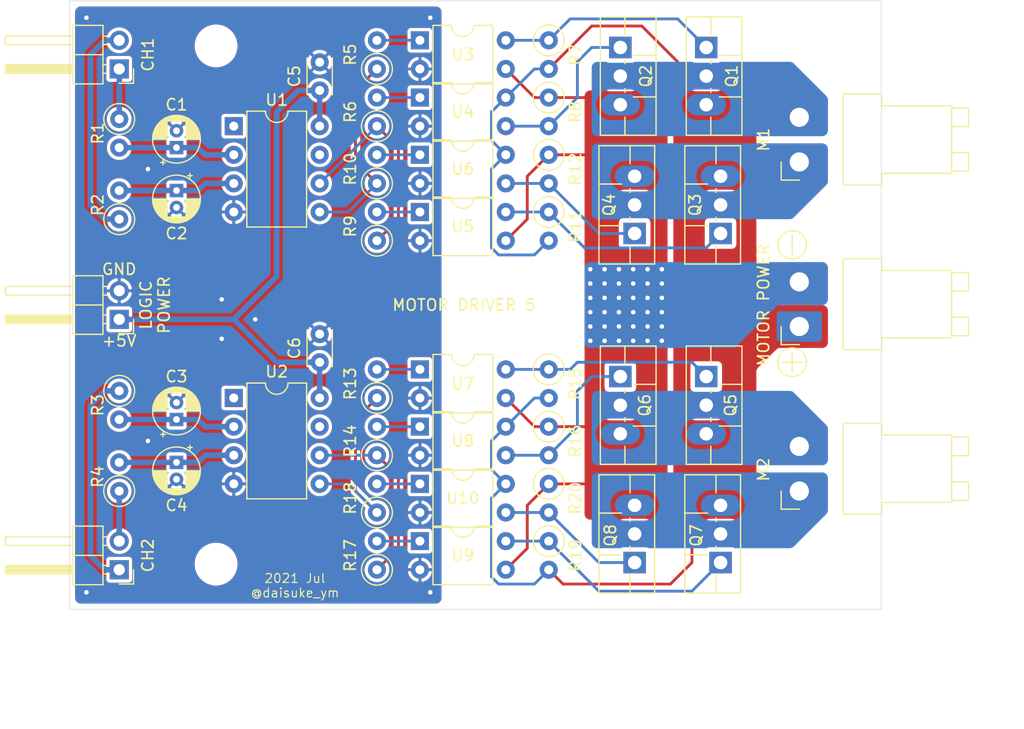
<source format=kicad_pcb>
(kicad_pcb (version 20171130) (host pcbnew "(5.1.6)-1")
  (layers (0 F.Cu signal) (31 B.Cu signal) (34 B.Paste user) (35 F.Paste user) (36 B.SilkS user) (37 F.SilkS user) (38 B.Mask user) (39 F.Mask user) (44 Edge.Cuts user))
  (net 0 "")
  (net 1 GND)
  (net 2 /IN1AA)
  (net 3 /IN1BA)
  (net 4 /IN2AA)
  (net 5 /IN2BA)
  (net 6 GNDPWR)
  (net 7 +BATT)
  (net 8 +5V)
  (net 9 /IN1A)
  (net 10 /IN1B)
  (net 11 /IN2B)
  (net 12 /IN2A)
  (net 13 "Net-(M1-Pad1)")
  (net 14 "Net-(M1-Pad2)")
  (net 15 "Net-(M2-Pad1)")
  (net 16 "Net-(M2-Pad2)")
  (net 17 "Net-(Q1-Pad1)")
  (net 18 "Net-(Q2-Pad1)")
  (net 19 "Net-(Q3-Pad1)")
  (net 20 "Net-(Q4-Pad1)")
  (net 21 "Net-(Q5-Pad1)")
  (net 22 "Net-(Q6-Pad1)")
  (net 23 "Net-(Q7-Pad1)")
  (net 24 "Net-(Q8-Pad1)")
  (net 25 "Net-(R6-Pad2)")
  (net 26 /PC1A)
  (net 27 /PC1B)
  (net 28 /PC2A)
  (net 29 "Net-(R9-Pad2)")
  (net 30 "Net-(R10-Pad2)")
  (net 31 /PC2B)
  (net 32 "Net-(R17-Pad2)")
  (net 33 "Net-(R18-Pad2)")
  (net 34 "Net-(U1-Pad7)")
  (net 35 "Net-(U1-Pad1)")
  (net 36 "Net-(U2-Pad1)")
  (net 37 "Net-(U2-Pad7)")
  (net 38 "Net-(R5-Pad2)")
  (net 39 "Net-(R13-Pad2)")
  (net 40 "Net-(R14-Pad2)")
  (module MountingHole:MountingHole_3.2mm_M3 (layer F.Cu) (at 192 77)
    (fp_text reference REF** hide)
    (fp_text value MountingHole_3.2mm_M3)
    (pad 1 np_thru_hole circle (at 0 0) (size 3.2 3.2) (drill 3.2) (layers *.Cu *.Mask))
  )
  (module MountingHole:MountingHole_3.2mm_M3 (layer F.Cu) (at 192 123)
    (fp_text reference REF** hide)
    (fp_text value MountingHole_3.2mm_M3)
    (pad 1 np_thru_hole circle (at 0 0) (size 3.2 3.2) (drill 3.2) (layers *.Cu *.Mask))
  )
  (module MountingHole:MountingHole_3.2mm_M3 (layer F.Cu) (at 137 123)
    (fp_text reference REF** hide)
    (fp_text value MountingHole_3.2mm_M3)
    (pad 1 np_thru_hole circle (at 0 0) (size 3.2 3.2) (drill 3.2) (layers *.Cu *.Mask))
  )
  (module MountingHole:MountingHole_3.2mm_M3 (layer F.Cu) (at 137 77)
    (fp_text reference REF** hide)
    (fp_text value MountingHole_3.2mm_M3)
    (pad 1 np_thru_hole circle (at 0 0) (size 3.2 3.2) (drill 3.2) (layers *.Cu *.Mask))
  )
  (module Connector_JST:JST_VH_B2PS-VH_1x02_P3.96mm_Horizontal (layer F.Cu) (at 188.735 101.905 90)
    (fp_text reference J1 hide)
    (fp_text value "Motor Power")
    (pad 2 thru_hole roundrect (at 3.96 0 90) (size 2.7 4) (drill 1.7) (layers *.Cu *.Mask) (roundrect_rratio 0.09300000000000001) (net 6 GNDPWR))
    (pad 1 thru_hole roundrect (at 0 0 90) (size 2.7 4) (drill 1.7) (layers *.Cu *.Mask) (roundrect_rratio 0.09300000000000001) (net 7 +BATT))
  )
  (module Connector_PinHeader_2.54mm:PinHeader_1x02_P2.54mm_Horizontal (layer F.Cu) (at 128.41 101.27 180)
    (fp_text reference J2 hide)
    (fp_text value "Logic Power")
    (pad 1 thru_hole rect (at 0 0 180) (size 1.7 1.7) (drill 1) (layers *.Cu *.Mask) (net 8 +5V))
    (pad 2 thru_hole oval (at 0 2.54 180) (size 1.7 1.7) (drill 1) (layers *.Cu *.Mask) (net 1 GND))
  )
  (module Connector_PinHeader_2.54mm:PinHeader_1x02_P2.54mm_Horizontal (layer F.Cu) (at 128.41 79.045 180)
    (fp_text reference J3 hide)
    (fp_text value "Input Ch1")
    (pad 1 thru_hole rect (at 0 0 180) (size 1.7 1.7) (drill 1) (layers *.Cu *.Mask) (net 9 /IN1A))
    (pad 2 thru_hole oval (at 0 2.54 180) (size 1.7 1.7) (drill 1) (layers *.Cu *.Mask) (net 10 /IN1B))
  )
  (module Connector_PinHeader_2.54mm:PinHeader_1x02_P2.54mm_Horizontal (layer F.Cu) (at 128.41 123.495 180)
    (fp_text reference J4 hide)
    (fp_text value "Input Ch2")
    (pad 2 thru_hole oval (at 0 2.54 180) (size 1.7 1.7) (drill 1) (layers *.Cu *.Mask) (net 11 /IN2B))
    (pad 1 thru_hole rect (at 0 0 180) (size 1.7 1.7) (drill 1) (layers *.Cu *.Mask) (net 12 /IN2A))
  )
  (module Connector_JST:JST_VH_B2PS-VH_1x02_P3.96mm_Horizontal (layer F.Cu) (at 188.735 87.3 90)
    (fp_text reference M1 (at 1.98 -3.175 90) (layer F.SilkS))
    (fp_text value Motor_DC)
    (pad 1 thru_hole roundrect (at 0 0 90) (size 2.7 4) (drill 1.7) (layers *.Cu *.Mask) (roundrect_rratio 0.09300000000000001) (net 13 "Net-(M1-Pad1)"))
    (pad 2 thru_hole roundrect (at 3.96 0 90) (size 2.7 4) (drill 1.7) (layers *.Cu *.Mask) (roundrect_rratio 0.09300000000000001) (net 14 "Net-(M1-Pad2)"))
  )
  (module Connector_JST:JST_VH_B2PS-VH_1x02_P3.96mm_Horizontal (layer F.Cu) (at 188.735 116.51 90)
    (fp_text reference M2 (at 1.905 -3.175 90) (layer F.SilkS))
    (fp_text value Motor_DC)
    (pad 1 thru_hole roundrect (at 0 0 90) (size 2.7 4) (drill 1.7) (layers *.Cu *.Mask) (roundrect_rratio 0.09300000000000001) (net 15 "Net-(M2-Pad1)"))
    (pad 2 thru_hole roundrect (at 3.96 0 90) (size 2.7 4) (drill 1.7) (layers *.Cu *.Mask) (roundrect_rratio 0.09300000000000001) (net 16 "Net-(M2-Pad2)"))
  )
  (module Package_TO_SOT_THT:TO-220F-3_Vertical (layer F.Cu) (at 180.48 77.14 270)
    (fp_text reference Q1 (at 2.54 -2.2625 90) (layer F.SilkS))
    (fp_text value Q_PMOS_GDS)
    (pad 1 thru_hole rect (at 0 0 270) (size 1.905 2) (drill 1.2) (layers *.Cu *.Mask) (net 17 "Net-(Q1-Pad1)"))
    (pad 2 thru_hole oval (at 2.54 0 270) (size 1.905 3.5) (drill 1.2) (layers *.Cu *.Mask) (net 14 "Net-(M1-Pad2)"))
    (pad 3 thru_hole oval (at 5.08 0 270) (size 1.905 3.5) (drill 1.2) (layers *.Cu *.Mask) (net 7 +BATT))
  )
  (module Package_TO_SOT_THT:TO-220F-3_Vertical (layer F.Cu) (at 180.48 106.35 270)
    (fp_text reference Q5 (at 2.54 -2.159 90) (layer F.SilkS))
    (fp_text value Q_PMOS_GDS)
    (pad 3 thru_hole oval (at 5.08 0 270) (size 1.905 3.5) (drill 1.2) (layers *.Cu *.Mask) (net 7 +BATT))
    (pad 2 thru_hole oval (at 2.54 0 270) (size 1.905 3.5) (drill 1.2) (layers *.Cu *.Mask) (net 16 "Net-(M2-Pad2)"))
    (pad 1 thru_hole rect (at 0 0 270) (size 1.905 2) (drill 1.2) (layers *.Cu *.Mask) (net 21 "Net-(Q5-Pad1)"))
  )
  (module Package_TO_SOT_THT:TO-220F-3_Vertical (layer F.Cu) (at 172.86 77.14 270)
    (fp_text reference Q2 (at 2.54 -2.2625 90) (layer F.SilkS))
    (fp_text value Q_NMOS_GDS)
    (pad 1 thru_hole rect (at 0 0 270) (size 1.905 2) (drill 1.2) (layers *.Cu *.Mask) (net 18 "Net-(Q2-Pad1)"))
    (pad 2 thru_hole oval (at 2.54 0 270) (size 1.905 3.5) (drill 1.2) (layers *.Cu *.Mask) (net 14 "Net-(M1-Pad2)"))
    (pad 3 thru_hole oval (at 5.08 0 270) (size 1.905 3.5) (drill 1.2) (layers *.Cu *.Mask) (net 6 GNDPWR))
  )
  (module Package_TO_SOT_THT:TO-220F-3_Vertical (layer F.Cu) (at 172.86 106.35 270)
    (fp_text reference Q6 (at 2.54 -2.159 90) (layer F.SilkS))
    (fp_text value Q_NMOS_GDS)
    (pad 3 thru_hole oval (at 5.08 0 270) (size 1.905 3.5) (drill 1.2) (layers *.Cu *.Mask) (net 6 GNDPWR))
    (pad 2 thru_hole oval (at 2.54 0 270) (size 1.905 3.5) (drill 1.2) (layers *.Cu *.Mask) (net 16 "Net-(M2-Pad2)"))
    (pad 1 thru_hole rect (at 0 0 270) (size 1.905 2) (drill 1.2) (layers *.Cu *.Mask) (net 22 "Net-(Q6-Pad1)"))
  )
  (module Package_TO_SOT_THT:TO-220F-3_Vertical (layer F.Cu) (at 181.75 93.65 90)
    (fp_text reference Q3 (at 2.54 -2.2625 90) (layer F.SilkS))
    (fp_text value Q_PMOS_GDS)
    (pad 1 thru_hole rect (at 0 0 90) (size 1.905 2) (drill 1.2) (layers *.Cu *.Mask) (net 19 "Net-(Q3-Pad1)"))
    (pad 2 thru_hole oval (at 2.54 0 90) (size 1.905 3.5) (drill 1.2) (layers *.Cu *.Mask) (net 13 "Net-(M1-Pad1)"))
    (pad 3 thru_hole oval (at 5.08 0 90) (size 1.905 3.5) (drill 1.2) (layers *.Cu *.Mask) (net 7 +BATT))
  )
  (module Package_TO_SOT_THT:TO-220F-3_Vertical (layer F.Cu) (at 174.13 93.65 90)
    (fp_text reference Q4 (at 2.54 -2.2625 90) (layer F.SilkS))
    (fp_text value Q_NMOS_GDS)
    (pad 3 thru_hole oval (at 5.08 0 90) (size 1.905 3.5) (drill 1.2) (layers *.Cu *.Mask) (net 6 GNDPWR))
    (pad 2 thru_hole oval (at 2.54 0 90) (size 1.905 3.5) (drill 1.2) (layers *.Cu *.Mask) (net 13 "Net-(M1-Pad1)"))
    (pad 1 thru_hole rect (at 0 0 90) (size 1.905 2) (drill 1.2) (layers *.Cu *.Mask) (net 20 "Net-(Q4-Pad1)"))
  )
  (module Package_TO_SOT_THT:TO-220F-3_Vertical (layer F.Cu) (at 181.75 122.86 90)
    (fp_text reference Q7 (at 2.413 -2.159 90) (layer F.SilkS))
    (fp_text value Q_PMOS_GDS)
    (pad 3 thru_hole oval (at 5.08 0 90) (size 1.905 3.5) (drill 1.2) (layers *.Cu *.Mask) (net 7 +BATT))
    (pad 2 thru_hole oval (at 2.54 0 90) (size 1.905 3.5) (drill 1.2) (layers *.Cu *.Mask) (net 15 "Net-(M2-Pad1)"))
    (pad 1 thru_hole rect (at 0 0 90) (size 1.905 2) (drill 1.2) (layers *.Cu *.Mask) (net 23 "Net-(Q7-Pad1)"))
  )
  (module Package_TO_SOT_THT:TO-220F-3_Vertical (layer F.Cu) (at 174.13 122.86 90)
    (fp_text reference Q8 (at 2.413 -2.159 90) (layer F.SilkS))
    (fp_text value Q_NMOS_GDS)
    (pad 1 thru_hole rect (at 0 0 90) (size 1.905 2) (drill 1.2) (layers *.Cu *.Mask) (net 24 "Net-(Q8-Pad1)"))
    (pad 2 thru_hole oval (at 2.54 0 90) (size 1.905 3.5) (drill 1.2) (layers *.Cu *.Mask) (net 15 "Net-(M2-Pad1)"))
    (pad 3 thru_hole oval (at 5.08 0 90) (size 1.905 3.5) (drill 1.2) (layers *.Cu *.Mask) (net 6 GNDPWR))
  )
  (module Package_DIP:DIP-8_W7.62mm (layer F.Cu) (at 138.57 84.125)
    (fp_text reference U1 (at 3.81 -2.33) (layer F.SilkS))
    (fp_text value ATtiny85-20PU)
    (pad 8 thru_hole oval (at 7.62 0) (size 1.6 1.6) (drill 0.8) (layers *.Cu *.Mask) (net 8 +5V))
    (pad 4 thru_hole oval (at 0 7.62) (size 1.6 1.6) (drill 0.8) (layers *.Cu *.Mask) (net 1 GND))
    (pad 7 thru_hole oval (at 7.62 2.54) (size 1.6 1.6) (drill 0.8) (layers *.Cu *.Mask) (net 34 "Net-(U1-Pad7)"))
    (pad 3 thru_hole oval (at 0 5.08) (size 1.6 1.6) (drill 0.8) (layers *.Cu *.Mask) (net 3 /IN1BA))
    (pad 6 thru_hole oval (at 7.62 5.08) (size 1.6 1.6) (drill 0.8) (layers *.Cu *.Mask) (net 27 /PC1B))
    (pad 2 thru_hole oval (at 0 2.54) (size 1.6 1.6) (drill 0.8) (layers *.Cu *.Mask) (net 2 /IN1AA))
    (pad 5 thru_hole oval (at 7.62 7.62) (size 1.6 1.6) (drill 0.8) (layers *.Cu *.Mask) (net 26 /PC1A))
    (pad 1 thru_hole rect (at 0 0) (size 1.6 1.6) (drill 0.8) (layers *.Cu *.Mask) (net 35 "Net-(U1-Pad1)"))
  )
  (module Package_DIP:DIP-8_W7.62mm (layer F.Cu) (at 138.57 108.255)
    (fp_text reference U2 (at 3.81 -2.33) (layer F.SilkS))
    (fp_text value ATtiny85-20PU)
    (pad 1 thru_hole rect (at 0 0) (size 1.6 1.6) (drill 0.8) (layers *.Cu *.Mask) (net 36 "Net-(U2-Pad1)"))
    (pad 5 thru_hole oval (at 7.62 7.62) (size 1.6 1.6) (drill 0.8) (layers *.Cu *.Mask) (net 28 /PC2A))
    (pad 2 thru_hole oval (at 0 2.54) (size 1.6 1.6) (drill 0.8) (layers *.Cu *.Mask) (net 4 /IN2AA))
    (pad 6 thru_hole oval (at 7.62 5.08) (size 1.6 1.6) (drill 0.8) (layers *.Cu *.Mask) (net 31 /PC2B))
    (pad 3 thru_hole oval (at 0 5.08) (size 1.6 1.6) (drill 0.8) (layers *.Cu *.Mask) (net 5 /IN2BA))
    (pad 7 thru_hole oval (at 7.62 2.54) (size 1.6 1.6) (drill 0.8) (layers *.Cu *.Mask) (net 37 "Net-(U2-Pad7)"))
    (pad 4 thru_hole oval (at 0 7.62) (size 1.6 1.6) (drill 0.8) (layers *.Cu *.Mask) (net 1 GND))
    (pad 8 thru_hole oval (at 7.62 0) (size 1.6 1.6) (drill 0.8) (layers *.Cu *.Mask) (net 8 +5V))
  )
  (module Package_DIP:DIP-4_W7.62mm (layer F.Cu) (at 155.08 76.505)
    (fp_text reference U3 (at 3.81 1.27) (layer F.SilkS))
    (fp_text value TLP785)
    (pad 4 thru_hole oval (at 7.62 0) (size 1.6 1.6) (drill 0.8) (layers *.Cu *.Mask) (net 17 "Net-(Q1-Pad1)"))
    (pad 2 thru_hole oval (at 0 2.54) (size 1.6 1.6) (drill 0.8) (layers *.Cu *.Mask) (net 1 GND))
    (pad 3 thru_hole oval (at 7.62 2.54) (size 1.6 1.6) (drill 0.8) (layers *.Cu *.Mask) (net 6 GNDPWR))
    (pad 1 thru_hole rect (at 0 0) (size 1.6 1.6) (drill 0.8) (layers *.Cu *.Mask) (net 38 "Net-(R5-Pad2)"))
  )
  (module Package_DIP:DIP-4_W7.62mm (layer F.Cu) (at 155.08 81.585)
    (fp_text reference U4 (at 3.81 1.27) (layer F.SilkS))
    (fp_text value TLP785)
    (pad 1 thru_hole rect (at 0 0) (size 1.6 1.6) (drill 0.8) (layers *.Cu *.Mask) (net 25 "Net-(R6-Pad2)"))
    (pad 3 thru_hole oval (at 7.62 2.54) (size 1.6 1.6) (drill 0.8) (layers *.Cu *.Mask) (net 18 "Net-(Q2-Pad1)"))
    (pad 2 thru_hole oval (at 0 2.54) (size 1.6 1.6) (drill 0.8) (layers *.Cu *.Mask) (net 1 GND))
    (pad 4 thru_hole oval (at 7.62 0) (size 1.6 1.6) (drill 0.8) (layers *.Cu *.Mask) (net 7 +BATT))
  )
  (module Package_DIP:DIP-4_W7.62mm (layer F.Cu) (at 155.08 105.715)
    (fp_text reference U7 (at 3.81 1.27) (layer F.SilkS))
    (fp_text value TLP785)
    (pad 1 thru_hole rect (at 0 0) (size 1.6 1.6) (drill 0.8) (layers *.Cu *.Mask) (net 39 "Net-(R13-Pad2)"))
    (pad 3 thru_hole oval (at 7.62 2.54) (size 1.6 1.6) (drill 0.8) (layers *.Cu *.Mask) (net 6 GNDPWR))
    (pad 2 thru_hole oval (at 0 2.54) (size 1.6 1.6) (drill 0.8) (layers *.Cu *.Mask) (net 1 GND))
    (pad 4 thru_hole oval (at 7.62 0) (size 1.6 1.6) (drill 0.8) (layers *.Cu *.Mask) (net 21 "Net-(Q5-Pad1)"))
  )
  (module Package_DIP:DIP-4_W7.62mm (layer F.Cu) (at 155.08 110.795)
    (fp_text reference U8 (at 3.81 1.27) (layer F.SilkS))
    (fp_text value TLP785)
    (pad 4 thru_hole oval (at 7.62 0) (size 1.6 1.6) (drill 0.8) (layers *.Cu *.Mask) (net 7 +BATT))
    (pad 2 thru_hole oval (at 0 2.54) (size 1.6 1.6) (drill 0.8) (layers *.Cu *.Mask) (net 1 GND))
    (pad 3 thru_hole oval (at 7.62 2.54) (size 1.6 1.6) (drill 0.8) (layers *.Cu *.Mask) (net 22 "Net-(Q6-Pad1)"))
    (pad 1 thru_hole rect (at 0 0) (size 1.6 1.6) (drill 0.8) (layers *.Cu *.Mask) (net 40 "Net-(R14-Pad2)"))
  )
  (module Package_DIP:DIP-4_W7.62mm (layer F.Cu) (at 155.08 91.745)
    (fp_text reference U5 (at 3.81 1.27) (layer F.SilkS))
    (fp_text value TLP785)
    (pad 4 thru_hole oval (at 7.62 0) (size 1.6 1.6) (drill 0.8) (layers *.Cu *.Mask) (net 19 "Net-(Q3-Pad1)"))
    (pad 2 thru_hole oval (at 0 2.54) (size 1.6 1.6) (drill 0.8) (layers *.Cu *.Mask) (net 1 GND))
    (pad 3 thru_hole oval (at 7.62 2.54) (size 1.6 1.6) (drill 0.8) (layers *.Cu *.Mask) (net 6 GNDPWR))
    (pad 1 thru_hole rect (at 0 0) (size 1.6 1.6) (drill 0.8) (layers *.Cu *.Mask) (net 29 "Net-(R9-Pad2)"))
  )
  (module Package_DIP:DIP-4_W7.62mm (layer F.Cu) (at 155.08 86.665)
    (fp_text reference U6 (at 3.81 1.27) (layer F.SilkS))
    (fp_text value TLP785)
    (pad 1 thru_hole rect (at 0 0) (size 1.6 1.6) (drill 0.8) (layers *.Cu *.Mask) (net 30 "Net-(R10-Pad2)"))
    (pad 3 thru_hole oval (at 7.62 2.54) (size 1.6 1.6) (drill 0.8) (layers *.Cu *.Mask) (net 20 "Net-(Q4-Pad1)"))
    (pad 2 thru_hole oval (at 0 2.54) (size 1.6 1.6) (drill 0.8) (layers *.Cu *.Mask) (net 1 GND))
    (pad 4 thru_hole oval (at 7.62 0) (size 1.6 1.6) (drill 0.8) (layers *.Cu *.Mask) (net 7 +BATT))
  )
  (module Package_DIP:DIP-4_W7.62mm (layer F.Cu) (at 155.08 120.955)
    (fp_text reference U9 (at 3.81 1.27) (layer F.SilkS))
    (fp_text value TLP785)
    (pad 4 thru_hole oval (at 7.62 0) (size 1.6 1.6) (drill 0.8) (layers *.Cu *.Mask) (net 23 "Net-(Q7-Pad1)"))
    (pad 2 thru_hole oval (at 0 2.54) (size 1.6 1.6) (drill 0.8) (layers *.Cu *.Mask) (net 1 GND))
    (pad 3 thru_hole oval (at 7.62 2.54) (size 1.6 1.6) (drill 0.8) (layers *.Cu *.Mask) (net 6 GNDPWR))
    (pad 1 thru_hole rect (at 0 0) (size 1.6 1.6) (drill 0.8) (layers *.Cu *.Mask) (net 32 "Net-(R17-Pad2)"))
  )
  (module Package_DIP:DIP-4_W7.62mm (layer F.Cu) (at 155.08 115.875)
    (fp_text reference U10 (at 3.81 1.27) (layer F.SilkS))
    (fp_text value TLP785)
    (pad 1 thru_hole rect (at 0 0) (size 1.6 1.6) (drill 0.8) (layers *.Cu *.Mask) (net 33 "Net-(R18-Pad2)"))
    (pad 3 thru_hole oval (at 7.62 2.54) (size 1.6 1.6) (drill 0.8) (layers *.Cu *.Mask) (net 24 "Net-(Q8-Pad1)"))
    (pad 2 thru_hole oval (at 0 2.54) (size 1.6 1.6) (drill 0.8) (layers *.Cu *.Mask) (net 1 GND))
    (pad 4 thru_hole oval (at 7.62 0) (size 1.6 1.6) (drill 0.8) (layers *.Cu *.Mask) (net 7 +BATT))
  )
  (module Capacitor_THT:C_Disc_D3.0mm_W2.0mm_P2.50mm (layer F.Cu) (at 146.19 80.95 90)
    (fp_text reference C5 (at 1.25 -2.25 90) (layer F.SilkS))
    (fp_text value 0.1u)
    (pad 1 thru_hole circle (at 0 0 90) (size 1.6 1.6) (drill 0.8) (layers *.Cu *.Mask) (net 8 +5V))
    (pad 2 thru_hole circle (at 2.5 0 90) (size 1.6 1.6) (drill 0.8) (layers *.Cu *.Mask) (net 1 GND))
  )
  (module Capacitor_THT:C_Disc_D3.0mm_W2.0mm_P2.50mm (layer F.Cu) (at 146.19 105.08 90)
    (fp_text reference C6 (at 1.25 -2.25 90) (layer F.SilkS))
    (fp_text value 0.1u)
    (pad 2 thru_hole circle (at 2.5 0 90) (size 1.6 1.6) (drill 0.8) (layers *.Cu *.Mask) (net 1 GND))
    (pad 1 thru_hole circle (at 0 0 90) (size 1.6 1.6) (drill 0.8) (layers *.Cu *.Mask) (net 8 +5V))
  )
  (module Resistor_THT:R_Axial_DIN0207_L6.3mm_D2.5mm_P2.54mm_Vertical (layer F.Cu) (at 128.41 83.49 270)
    (fp_text reference R1 (at 1.27 1.905 90) (layer F.SilkS))
    (fp_text value 4k7)
    (pad 2 thru_hole oval (at 2.54 0 270) (size 1.6 1.6) (drill 0.8) (layers *.Cu *.Mask) (net 2 /IN1AA))
    (pad 1 thru_hole circle (at 0 0 270) (size 1.6 1.6) (drill 0.8) (layers *.Cu *.Mask) (net 9 /IN1A))
  )
  (module Resistor_THT:R_Axial_DIN0207_L6.3mm_D2.5mm_P2.54mm_Vertical (layer F.Cu) (at 128.41 92.38 90)
    (fp_text reference R2 (at 1.27 -1.905 90) (layer F.SilkS))
    (fp_text value 4k7)
    (pad 2 thru_hole oval (at 2.54 0 90) (size 1.6 1.6) (drill 0.8) (layers *.Cu *.Mask) (net 3 /IN1BA))
    (pad 1 thru_hole circle (at 0 0 90) (size 1.6 1.6) (drill 0.8) (layers *.Cu *.Mask) (net 10 /IN1B))
  )
  (module Resistor_THT:R_Axial_DIN0207_L6.3mm_D2.5mm_P2.54mm_Vertical (layer F.Cu) (at 128.41 107.62 270)
    (fp_text reference R3 (at 1.27 1.905 90) (layer F.SilkS))
    (fp_text value 4k7)
    (pad 2 thru_hole oval (at 2.54 0 270) (size 1.6 1.6) (drill 0.8) (layers *.Cu *.Mask) (net 4 /IN2AA))
    (pad 1 thru_hole circle (at 0 0 270) (size 1.6 1.6) (drill 0.8) (layers *.Cu *.Mask) (net 12 /IN2A))
  )
  (module Resistor_THT:R_Axial_DIN0207_L6.3mm_D2.5mm_P2.54mm_Vertical (layer F.Cu) (at 128.41 116.51 90)
    (fp_text reference R4 (at 1.27 -1.905 90) (layer F.SilkS))
    (fp_text value 4k7)
    (pad 1 thru_hole circle (at 0 0 90) (size 1.6 1.6) (drill 0.8) (layers *.Cu *.Mask) (net 11 /IN2B))
    (pad 2 thru_hole oval (at 2.54 0 90) (size 1.6 1.6) (drill 0.8) (layers *.Cu *.Mask) (net 5 /IN2BA))
  )
  (module Resistor_THT:R_Axial_DIN0207_L6.3mm_D2.5mm_P2.54mm_Vertical (layer F.Cu) (at 151.27 79.045 90)
    (fp_text reference R5 (at 1.27 -2.37 90) (layer F.SilkS))
    (fp_text value 330)
    (pad 1 thru_hole circle (at 0 0 90) (size 1.6 1.6) (drill 0.8) (layers *.Cu *.Mask) (net 26 /PC1A))
    (pad 2 thru_hole oval (at 2.54 0 90) (size 1.6 1.6) (drill 0.8) (layers *.Cu *.Mask) (net 38 "Net-(R5-Pad2)"))
  )
  (module Resistor_THT:R_Axial_DIN0207_L6.3mm_D2.5mm_P2.54mm_Vertical (layer F.Cu) (at 151.27 84.125 90)
    (fp_text reference R6 (at 1.27 -2.37 90) (layer F.SilkS))
    (fp_text value 330)
    (pad 2 thru_hole oval (at 2.54 0 90) (size 1.6 1.6) (drill 0.8) (layers *.Cu *.Mask) (net 25 "Net-(R6-Pad2)"))
    (pad 1 thru_hole circle (at 0 0 90) (size 1.6 1.6) (drill 0.8) (layers *.Cu *.Mask) (net 27 /PC1B))
  )
  (module Resistor_THT:R_Axial_DIN0207_L6.3mm_D2.5mm_P2.54mm_Vertical (layer F.Cu) (at 166.51 76.505 270)
    (fp_text reference R7 (at 1.27 -2.37 90) (layer F.SilkS))
    (fp_text value 2k2)
    (pad 2 thru_hole oval (at 2.54 0 270) (size 1.6 1.6) (drill 0.8) (layers *.Cu *.Mask) (net 7 +BATT))
    (pad 1 thru_hole circle (at 0 0 270) (size 1.6 1.6) (drill 0.8) (layers *.Cu *.Mask) (net 17 "Net-(Q1-Pad1)"))
  )
  (module Resistor_THT:R_Axial_DIN0207_L6.3mm_D2.5mm_P2.54mm_Vertical (layer F.Cu) (at 166.51 81.585 270)
    (fp_text reference R8 (at 1.27 -2.37 90) (layer F.SilkS))
    (fp_text value 2k2)
    (pad 2 thru_hole oval (at 2.54 0 270) (size 1.6 1.6) (drill 0.8) (layers *.Cu *.Mask) (net 18 "Net-(Q2-Pad1)"))
    (pad 1 thru_hole circle (at 0 0 270) (size 1.6 1.6) (drill 0.8) (layers *.Cu *.Mask) (net 6 GNDPWR))
  )
  (module Resistor_THT:R_Axial_DIN0207_L6.3mm_D2.5mm_P2.54mm_Vertical (layer F.Cu) (at 151.27 108.255 90)
    (fp_text reference R13 (at 1.27 -2.37 90) (layer F.SilkS))
    (fp_text value 330)
    (pad 2 thru_hole oval (at 2.54 0 90) (size 1.6 1.6) (drill 0.8) (layers *.Cu *.Mask) (net 39 "Net-(R13-Pad2)"))
    (pad 1 thru_hole circle (at 0 0 90) (size 1.6 1.6) (drill 0.8) (layers *.Cu *.Mask) (net 28 /PC2A))
  )
  (module Resistor_THT:R_Axial_DIN0207_L6.3mm_D2.5mm_P2.54mm_Vertical (layer F.Cu) (at 151.27 113.335 90)
    (fp_text reference R14 (at 1.27 -2.37 90) (layer F.SilkS))
    (fp_text value 330)
    (pad 1 thru_hole circle (at 0 0 90) (size 1.6 1.6) (drill 0.8) (layers *.Cu *.Mask) (net 31 /PC2B))
    (pad 2 thru_hole oval (at 2.54 0 90) (size 1.6 1.6) (drill 0.8) (layers *.Cu *.Mask) (net 40 "Net-(R14-Pad2)"))
  )
  (module Resistor_THT:R_Axial_DIN0207_L6.3mm_D2.5mm_P2.54mm_Vertical (layer F.Cu) (at 166.51 105.715 270)
    (fp_text reference R15 (at 1.27 -2.37 90) (layer F.SilkS))
    (fp_text value 2k2)
    (pad 1 thru_hole circle (at 0 0 270) (size 1.6 1.6) (drill 0.8) (layers *.Cu *.Mask) (net 21 "Net-(Q5-Pad1)"))
    (pad 2 thru_hole oval (at 2.54 0 270) (size 1.6 1.6) (drill 0.8) (layers *.Cu *.Mask) (net 7 +BATT))
  )
  (module Resistor_THT:R_Axial_DIN0207_L6.3mm_D2.5mm_P2.54mm_Vertical (layer F.Cu) (at 166.51 110.795 270)
    (fp_text reference R16 (at 1.27 -2.37 90) (layer F.SilkS))
    (fp_text value 2k2)
    (pad 1 thru_hole circle (at 0 0 270) (size 1.6 1.6) (drill 0.8) (layers *.Cu *.Mask) (net 6 GNDPWR))
    (pad 2 thru_hole oval (at 2.54 0 270) (size 1.6 1.6) (drill 0.8) (layers *.Cu *.Mask) (net 22 "Net-(Q6-Pad1)"))
  )
  (module Resistor_THT:R_Axial_DIN0207_L6.3mm_D2.5mm_P2.54mm_Vertical (layer F.Cu) (at 166.51 91.745 270)
    (fp_text reference R11 (at 1.27 -2.37 90) (layer F.SilkS))
    (fp_text value 2k2)
    (pad 2 thru_hole oval (at 2.54 0 270) (size 1.6 1.6) (drill 0.8) (layers *.Cu *.Mask) (net 7 +BATT))
    (pad 1 thru_hole circle (at 0 0 270) (size 1.6 1.6) (drill 0.8) (layers *.Cu *.Mask) (net 19 "Net-(Q3-Pad1)"))
  )
  (module Resistor_THT:R_Axial_DIN0207_L6.3mm_D2.5mm_P2.54mm_Vertical (layer F.Cu) (at 166.51 86.665 270)
    (fp_text reference R12 (at 1.27 -2.37 90) (layer F.SilkS))
    (fp_text value 2k2)
    (pad 2 thru_hole oval (at 2.54 0 270) (size 1.6 1.6) (drill 0.8) (layers *.Cu *.Mask) (net 20 "Net-(Q4-Pad1)"))
    (pad 1 thru_hole circle (at 0 0 270) (size 1.6 1.6) (drill 0.8) (layers *.Cu *.Mask) (net 6 GNDPWR))
  )
  (module Resistor_THT:R_Axial_DIN0207_L6.3mm_D2.5mm_P2.54mm_Vertical (layer F.Cu) (at 166.51 120.955 270)
    (fp_text reference R19 (at 1.27 -2.37 90) (layer F.SilkS))
    (fp_text value 2k2)
    (pad 1 thru_hole circle (at 0 0 270) (size 1.6 1.6) (drill 0.8) (layers *.Cu *.Mask) (net 23 "Net-(Q7-Pad1)"))
    (pad 2 thru_hole oval (at 2.54 0 270) (size 1.6 1.6) (drill 0.8) (layers *.Cu *.Mask) (net 7 +BATT))
  )
  (module Resistor_THT:R_Axial_DIN0207_L6.3mm_D2.5mm_P2.54mm_Vertical (layer F.Cu) (at 166.51 115.875 270)
    (fp_text reference R20 (at 1.27 -2.37 90) (layer F.SilkS))
    (fp_text value 2k2)
    (pad 2 thru_hole oval (at 2.54 0 270) (size 1.6 1.6) (drill 0.8) (layers *.Cu *.Mask) (net 24 "Net-(Q8-Pad1)"))
    (pad 1 thru_hole circle (at 0 0 270) (size 1.6 1.6) (drill 0.8) (layers *.Cu *.Mask) (net 6 GNDPWR))
  )
  (module Resistor_THT:R_Axial_DIN0207_L6.3mm_D2.5mm_P2.54mm_Vertical (layer F.Cu) (at 151.27 94.285 90)
    (fp_text reference R9 (at 1.27 -2.37 90) (layer F.SilkS))
    (fp_text value 330)
    (pad 2 thru_hole oval (at 2.54 0 90) (size 1.6 1.6) (drill 0.8) (layers *.Cu *.Mask) (net 29 "Net-(R9-Pad2)"))
    (pad 1 thru_hole circle (at 0 0 90) (size 1.6 1.6) (drill 0.8) (layers *.Cu *.Mask) (net 27 /PC1B))
  )
  (module Resistor_THT:R_Axial_DIN0207_L6.3mm_D2.5mm_P2.54mm_Vertical (layer F.Cu) (at 151.27 89.205 90)
    (fp_text reference R10 (at 1.27 -2.37 90) (layer F.SilkS))
    (fp_text value 330)
    (pad 1 thru_hole circle (at 0 0 90) (size 1.6 1.6) (drill 0.8) (layers *.Cu *.Mask) (net 26 /PC1A))
    (pad 2 thru_hole oval (at 2.54 0 90) (size 1.6 1.6) (drill 0.8) (layers *.Cu *.Mask) (net 30 "Net-(R10-Pad2)"))
  )
  (module Resistor_THT:R_Axial_DIN0207_L6.3mm_D2.5mm_P2.54mm_Vertical (layer F.Cu) (at 151.27 123.495 90)
    (fp_text reference R17 (at 1.27 -2.37 90) (layer F.SilkS))
    (fp_text value 330)
    (pad 2 thru_hole oval (at 2.54 0 90) (size 1.6 1.6) (drill 0.8) (layers *.Cu *.Mask) (net 32 "Net-(R17-Pad2)"))
    (pad 1 thru_hole circle (at 0 0 90) (size 1.6 1.6) (drill 0.8) (layers *.Cu *.Mask) (net 31 /PC2B))
  )
  (module Resistor_THT:R_Axial_DIN0207_L6.3mm_D2.5mm_P2.54mm_Vertical (layer F.Cu) (at 151.27 118.415 90)
    (fp_text reference R18 (at 1.27 -2.37 90) (layer F.SilkS))
    (fp_text value 330)
    (pad 1 thru_hole circle (at 0 0 90) (size 1.6 1.6) (drill 0.8) (layers *.Cu *.Mask) (net 28 /PC2A))
    (pad 2 thru_hole oval (at 2.54 0 90) (size 1.6 1.6) (drill 0.8) (layers *.Cu *.Mask) (net 33 "Net-(R18-Pad2)"))
  )
  (module Capacitor_THT:CP_Radial_D4.0mm_P1.50mm (layer F.Cu) (at 133.49 86.03 90)
    (fp_text reference C1 (at 3.81 0 180) (layer F.SilkS))
    (fp_text value 10u)
    (pad 2 thru_hole circle (at 1.5 0 90) (size 1.2 1.2) (drill 0.6) (layers *.Cu *.Mask) (net 1 GND))
    (pad 1 thru_hole rect (at 0 0 90) (size 1.2 1.2) (drill 0.6) (layers *.Cu *.Mask) (net 2 /IN1AA))
  )
  (module Capacitor_THT:CP_Radial_D4.0mm_P1.50mm (layer F.Cu) (at 133.49 89.84 270)
    (fp_text reference C2 (at 3.81 0 180) (layer F.SilkS))
    (fp_text value 10u)
    (pad 1 thru_hole rect (at 0 0 270) (size 1.2 1.2) (drill 0.6) (layers *.Cu *.Mask) (net 3 /IN1BA))
    (pad 2 thru_hole circle (at 1.5 0 270) (size 1.2 1.2) (drill 0.6) (layers *.Cu *.Mask) (net 1 GND))
  )
  (module Capacitor_THT:CP_Radial_D4.0mm_P1.50mm (layer F.Cu) (at 133.49 110.16 90)
    (fp_text reference C3 (at 3.81 0 180) (layer F.SilkS))
    (fp_text value 10u)
    (pad 1 thru_hole rect (at 0 0 90) (size 1.2 1.2) (drill 0.6) (layers *.Cu *.Mask) (net 4 /IN2AA))
    (pad 2 thru_hole circle (at 1.5 0 90) (size 1.2 1.2) (drill 0.6) (layers *.Cu *.Mask) (net 1 GND))
  )
  (module Capacitor_THT:CP_Radial_D4.0mm_P1.50mm (layer F.Cu) (at 133.49 113.97 270)
    (fp_text reference C4 (at 3.81 0 180) (layer F.SilkS))
    (fp_text value 10u)
    (pad 2 thru_hole circle (at 1.5 0 270) (size 1.2 1.2) (drill 0.6) (layers *.Cu *.Mask) (net 1 GND))
    (pad 1 thru_hole rect (at 0 0 270) (size 1.2 1.2) (drill 0.6) (layers *.Cu *.Mask) (net 5 /IN2BA))
  )
  (gr_text "2021 Jul\n@daisuke_ym" (at 144 124.905) (layer F.SilkS) (effects (font (size 0.8 0.8) (thickness 0.1))))
  (gr_text "MOTOR DRIVER 5" (at 159 100) (layer F.SilkS) (effects (font (size 1 1))))
  (gr_line (start 124 73) (end 124 127) (layer Edge.Cuts) (width 0.05))
  (gr_line (start 196 73) (end 124 73) (layer Edge.Cuts) (width 0.05))
  (gr_line (start 196 73) (end 196 127) (layer Edge.Cuts) (width 0.05))
  (gr_text GND (at 128.41 96.825) (layer F.SilkS) (effects (font (size 1 1))))
  (gr_text +5V (at 128.41 103.175) (layer F.SilkS) (effects (font (size 1 1))))
  (gr_text CH2 (at 130.95 122.225 90) (layer F.SilkS) (effects (font (size 1 1))))
  (gr_text CH1 (at 130.95 77.775 90) (layer F.SilkS) (effects (font (size 1 1))))
  (gr_text "LOGIC\nPOWER" (at 131.585 100 90) (layer F.SilkS) (effects (font (size 1 1))))
  (gr_text "MOTOR POWER" (at 185.56 100 90) (layer F.SilkS) (effects (font (size 1 1))))
  (gr_circle (center 188.1 94.666) (end 189.37 94.666) (layer F.SilkS) (width 0.12))
  (gr_line (start 188.1 93.777) (end 188.1 95.555) (layer F.SilkS) (width 0.12))
  (gr_line (start 188.1 104.191) (end 188.1 105.969) (layer F.SilkS) (width 0.12))
  (gr_line (start 187.211 105.08) (end 188.989 105.08) (layer F.SilkS) (width 0.12))
  (gr_circle (center 188.1 105.08) (end 189.37 105.08) (layer F.SilkS) (width 0.12))
  (gr_line (start 124 127) (end 196 127) (layer Edge.Cuts) (width 0.05))
  (via (at 140.475 101.27) (size 0.8) (drill 0.4) (layers F.Cu B.Cu) (net 1))
  (via (at 130.95 112.065) (size 0.8) (drill 0.4) (layers F.Cu B.Cu) (net 1))
  (via (at 130.95 87.935) (size 0.8) (drill 0.4) (layers F.Cu B.Cu) (net 1))
  (via (at 125.5 74.5) (size 0.8) (drill 0.4) (layers F.Cu B.Cu) (net 1))
  (via (at 125.5 125.5) (size 0.8) (drill 0.4) (layers F.Cu B.Cu) (net 1))
  (via (at 156 125.5) (size 0.8) (drill 0.4) (layers F.Cu B.Cu) (net 1))
  (via (at 156 74.5) (size 0.8) (drill 0.4) (layers F.Cu B.Cu) (net 1))
  (via (at 137.5 99.5) (size 0.8) (drill 0.4) (layers F.Cu B.Cu) (net 1))
  (via (at 137.5 103) (size 0.8) (drill 0.4) (layers F.Cu B.Cu) (net 1))
  (segment (start 133.49 86.03) (end 135.395 86.03) (width 0.5) (layer B.Cu) (net 2))
  (segment (start 136.03 86.665) (end 138.57 86.665) (width 0.5) (layer B.Cu) (net 2))
  (segment (start 135.395 86.03) (end 136.03 86.665) (width 0.5) (layer B.Cu) (net 2))
  (segment (start 128.41 86.03) (end 133.49 86.03) (width 0.5) (layer B.Cu) (net 2))
  (segment (start 133.49 89.84) (end 135.395 89.84) (width 0.5) (layer B.Cu) (net 3))
  (segment (start 136.03 89.205) (end 138.57 89.205) (width 0.5) (layer B.Cu) (net 3))
  (segment (start 135.395 89.84) (end 136.03 89.205) (width 0.5) (layer B.Cu) (net 3))
  (segment (start 128.41 89.84) (end 133.49 89.84) (width 0.5) (layer B.Cu) (net 3))
  (segment (start 138.41 110.795) (end 138.49 110.715) (width 0.5) (layer B.Cu) (net 4))
  (segment (start 133.49 110.16) (end 135.395 110.16) (width 0.5) (layer B.Cu) (net 4))
  (segment (start 135.395 110.16) (end 136.03 110.795) (width 0.5) (layer B.Cu) (net 4))
  (segment (start 136.03 110.795) (end 138.57 110.795) (width 0.5) (layer B.Cu) (net 4))
  (segment (start 128.41 110.16) (end 133.49 110.16) (width 0.5) (layer B.Cu) (net 4))
  (segment (start 133.49 113.97) (end 135.395 113.97) (width 0.5) (layer B.Cu) (net 5))
  (segment (start 135.395 113.97) (end 136.03 113.335) (width 0.5) (layer B.Cu) (net 5))
  (segment (start 136.03 113.335) (end 138.57 113.335) (width 0.5) (layer B.Cu) (net 5))
  (segment (start 128.41 113.97) (end 133.49 113.97) (width 0.5) (layer B.Cu) (net 5))
  (via (at 175.273 96.825) (size 0.8) (drill 0.4) (layers F.Cu B.Cu) (net 6))
  (via (at 170.193 96.825) (size 0.8) (drill 0.4) (layers F.Cu B.Cu) (net 6))
  (via (at 174.003 96.825) (size 0.8) (drill 0.4) (layers F.Cu B.Cu) (net 6))
  (via (at 176.543 96.825) (size 0.8) (drill 0.4) (layers F.Cu B.Cu) (net 6))
  (via (at 172.733 96.825) (size 0.8) (drill 0.4) (layers F.Cu B.Cu) (net 6))
  (via (at 171.463 96.825) (size 0.8) (drill 0.4) (layers F.Cu B.Cu) (net 6))
  (via (at 175.273 103.175) (size 0.8) (drill 0.4) (layers F.Cu B.Cu) (net 6))
  (via (at 170.193 103.175) (size 0.8) (drill 0.4) (layers F.Cu B.Cu) (net 6))
  (via (at 174.003 103.175) (size 0.8) (drill 0.4) (layers F.Cu B.Cu) (net 6))
  (via (at 176.543 103.175) (size 0.8) (drill 0.4) (layers F.Cu B.Cu) (net 6))
  (via (at 172.733 103.175) (size 0.8) (drill 0.4) (layers F.Cu B.Cu) (net 6))
  (via (at 171.463 103.175) (size 0.8) (drill 0.4) (layers F.Cu B.Cu) (net 6))
  (via (at 176.543 99.365) (size 0.8) (drill 0.4) (layers F.Cu B.Cu) (net 6))
  (via (at 176.543 100.635) (size 0.8) (drill 0.4) (layers F.Cu B.Cu) (net 6))
  (via (at 170.193 99.365) (size 0.8) (drill 0.4) (layers F.Cu B.Cu) (net 6))
  (via (at 170.193 100.635) (size 0.8) (drill 0.4) (layers F.Cu B.Cu) (net 6))
  (via (at 171.463 100.635) (size 0.8) (drill 0.4) (layers F.Cu B.Cu) (net 6))
  (via (at 171.463 99.365) (size 0.8) (drill 0.4) (layers F.Cu B.Cu) (net 6))
  (via (at 172.733 100.635) (size 0.8) (drill 0.4) (layers F.Cu B.Cu) (net 6))
  (via (at 172.733 99.365) (size 0.8) (drill 0.4) (layers F.Cu B.Cu) (net 6))
  (via (at 174.003 99.365) (size 0.8) (drill 0.4) (layers F.Cu B.Cu) (net 6))
  (via (at 174.003 100.635) (size 0.8) (drill 0.4) (layers F.Cu B.Cu) (net 6))
  (segment (start 165.24 110.795) (end 162.7 108.255) (width 0.25) (layer F.Cu) (net 6))
  (segment (start 166.51 110.795) (end 165.24 110.795) (width 0.25) (layer F.Cu) (net 6))
  (segment (start 165.24 81.585) (end 166.51 81.585) (width 0.25) (layer F.Cu) (net 6))
  (segment (start 162.7 79.045) (end 165.24 81.585) (width 0.25) (layer F.Cu) (net 6))
  (segment (start 164.605 121.59) (end 162.7 123.495) (width 0.25) (layer F.Cu) (net 6))
  (segment (start 166.51 115.875) (end 164.605 117.78) (width 0.25) (layer F.Cu) (net 6))
  (segment (start 164.605 117.78) (end 164.605 121.59) (width 0.25) (layer F.Cu) (net 6))
  (segment (start 172.225 86.665) (end 174.13 88.57) (width 0.25) (layer F.Cu) (net 6))
  (segment (start 166.51 86.665) (end 172.225 86.665) (width 0.25) (layer F.Cu) (net 6))
  (segment (start 172.225 81.585) (end 172.86 82.22) (width 0.25) (layer F.Cu) (net 6))
  (segment (start 166.51 81.585) (end 172.225 81.585) (width 0.25) (layer F.Cu) (net 6))
  (via (at 176.543 98.095) (size 0.8) (drill 0.4) (layers F.Cu B.Cu) (net 6))
  (via (at 174.003 98.095) (size 0.8) (drill 0.4) (layers F.Cu B.Cu) (net 6))
  (via (at 172.733 98.095) (size 0.8) (drill 0.4) (layers F.Cu B.Cu) (net 6))
  (via (at 171.463 98.095) (size 0.8) (drill 0.4) (layers F.Cu B.Cu) (net 6))
  (via (at 170.193 98.095) (size 0.8) (drill 0.4) (layers F.Cu B.Cu) (net 6))
  (via (at 170.193 101.905) (size 0.8) (drill 0.4) (layers F.Cu B.Cu) (net 6))
  (via (at 171.463 101.905) (size 0.8) (drill 0.4) (layers F.Cu B.Cu) (net 6))
  (via (at 172.733 101.905) (size 0.8) (drill 0.4) (layers F.Cu B.Cu) (net 6))
  (via (at 174.003 101.905) (size 0.8) (drill 0.4) (layers F.Cu B.Cu) (net 6))
  (via (at 176.543 101.905) (size 0.8) (drill 0.4) (layers F.Cu B.Cu) (net 6))
  (via (at 175.273 98.095) (size 0.8) (drill 0.4) (layers F.Cu B.Cu) (net 6))
  (via (at 175.273 99.365) (size 0.8) (drill 0.4) (layers F.Cu B.Cu) (net 6))
  (via (at 175.273 100.635) (size 0.8) (drill 0.4) (layers F.Cu B.Cu) (net 6))
  (via (at 175.273 101.905) (size 0.8) (drill 0.4) (layers F.Cu B.Cu) (net 6))
  (segment (start 172.225 110.795) (end 172.86 111.43) (width 0.25) (layer F.Cu) (net 6))
  (segment (start 166.51 110.795) (end 172.225 110.795) (width 0.25) (layer F.Cu) (net 6))
  (segment (start 172.225 115.875) (end 174.13 117.78) (width 0.25) (layer F.Cu) (net 6))
  (segment (start 166.51 115.875) (end 172.225 115.875) (width 0.25) (layer F.Cu) (net 6))
  (segment (start 162.7 94.285) (end 164.605 92.38) (width 0.25) (layer F.Cu) (net 6))
  (segment (start 164.605 88.57) (end 166.51 86.665) (width 0.25) (layer F.Cu) (net 6))
  (segment (start 164.605 92.38) (end 164.605 88.57) (width 0.25) (layer F.Cu) (net 6))
  (segment (start 165.24 79.045) (end 162.7 81.585) (width 0.25) (layer B.Cu) (net 7))
  (segment (start 166.51 79.045) (end 165.24 79.045) (width 0.25) (layer B.Cu) (net 7))
  (segment (start 161.43 85.395) (end 162.7 86.665) (width 0.25) (layer B.Cu) (net 7))
  (segment (start 162.7 81.585) (end 161.43 82.855) (width 0.25) (layer B.Cu) (net 7))
  (segment (start 161.43 82.855) (end 161.43 85.395) (width 0.25) (layer B.Cu) (net 7))
  (segment (start 165.24 108.255) (end 166.51 108.255) (width 0.25) (layer B.Cu) (net 7))
  (segment (start 162.7 110.795) (end 165.24 108.255) (width 0.25) (layer B.Cu) (net 7))
  (segment (start 161.43 112.065) (end 162.7 110.795) (width 0.25) (layer B.Cu) (net 7))
  (segment (start 162.7 115.875) (end 161.43 114.605) (width 0.25) (layer B.Cu) (net 7))
  (segment (start 161.43 114.605) (end 161.43 112.065) (width 0.25) (layer B.Cu) (net 7))
  (segment (start 161.43 117.145) (end 162.7 115.875) (width 0.25) (layer B.Cu) (net 7))
  (segment (start 161.43 124.13) (end 161.43 117.145) (width 0.25) (layer B.Cu) (net 7))
  (segment (start 166.51 123.495) (end 165.24 124.765) (width 0.25) (layer B.Cu) (net 7))
  (segment (start 162.065 124.765) (end 161.43 124.13) (width 0.25) (layer B.Cu) (net 7))
  (segment (start 165.24 124.765) (end 162.065 124.765) (width 0.25) (layer B.Cu) (net 7))
  (segment (start 179.21 117.78) (end 181.75 117.78) (width 0.25) (layer F.Cu) (net 7))
  (segment (start 177.305 124.765) (end 179.21 122.86) (width 0.25) (layer F.Cu) (net 7))
  (segment (start 179.21 122.86) (end 179.21 117.78) (width 0.25) (layer F.Cu) (net 7))
  (segment (start 166.51 123.495) (end 167.78 124.765) (width 0.25) (layer F.Cu) (net 7))
  (segment (start 167.78 124.765) (end 177.305 124.765) (width 0.25) (layer F.Cu) (net 7))
  (segment (start 162.7 86.665) (end 161.43 87.935) (width 0.25) (layer B.Cu) (net 7))
  (segment (start 161.43 87.935) (end 161.43 94.92) (width 0.25) (layer B.Cu) (net 7))
  (segment (start 161.43 94.92) (end 162.065 95.555) (width 0.25) (layer B.Cu) (net 7))
  (segment (start 165.24 95.555) (end 166.51 94.285) (width 0.25) (layer B.Cu) (net 7))
  (segment (start 162.065 95.555) (end 165.24 95.555) (width 0.25) (layer B.Cu) (net 7))
  (segment (start 179.21 101.905) (end 179.21 88.57) (width 0.25) (layer F.Cu) (net 7))
  (segment (start 179.21 88.57) (end 181.75 88.57) (width 0.25) (layer F.Cu) (net 7))
  (segment (start 179.21 88.57) (end 179.21 85.395) (width 0.25) (layer F.Cu) (net 7))
  (segment (start 180.48 84.125) (end 180.48 82.22) (width 0.25) (layer F.Cu) (net 7))
  (segment (start 179.21 85.395) (end 180.48 84.125) (width 0.25) (layer F.Cu) (net 7))
  (segment (start 188.735 101.905) (end 183.655 101.905) (width 0.25) (layer F.Cu) (net 7))
  (segment (start 183.655 101.905) (end 183.655 111.43) (width 0.25) (layer F.Cu) (net 7))
  (segment (start 183.655 101.905) (end 179.21 101.905) (width 0.25) (layer F.Cu) (net 7))
  (segment (start 183.655 111.43) (end 180.48 111.43) (width 0.25) (layer F.Cu) (net 7))
  (segment (start 183.655 115.875) (end 181.75 117.78) (width 0.25) (layer F.Cu) (net 7))
  (segment (start 183.655 111.43) (end 183.655 115.875) (width 0.25) (layer F.Cu) (net 7))
  (segment (start 177.94 82.22) (end 180.48 82.22) (width 0.25) (layer F.Cu) (net 7))
  (segment (start 174.765 75.235) (end 177.94 78.41) (width 0.25) (layer F.Cu) (net 7))
  (segment (start 166.51 79.045) (end 170.32 75.235) (width 0.25) (layer F.Cu) (net 7))
  (segment (start 177.94 78.41) (end 177.94 82.22) (width 0.25) (layer F.Cu) (net 7))
  (segment (start 170.32 75.235) (end 174.765 75.235) (width 0.25) (layer F.Cu) (net 7))
  (segment (start 128.41 101.27) (end 137.935 101.27) (width 0.5) (layer B.Cu) (net 8))
  (segment (start 146.19 108.095) (end 146.11 108.175) (width 0.5) (layer B.Cu) (net 8))
  (segment (start 146.19 80.95) (end 146.19 84.125) (width 0.5) (layer B.Cu) (net 8))
  (segment (start 146.19 105.08) (end 146.19 108.255) (width 0.5) (layer B.Cu) (net 8))
  (segment (start 138.57 101.27) (end 137.935 101.27) (width 0.5) (layer B.Cu) (net 8))
  (segment (start 142.38 97.46) (end 138.57 101.27) (width 0.5) (layer B.Cu) (net 8))
  (segment (start 142.38 82.855) (end 142.38 97.46) (width 0.5) (layer B.Cu) (net 8))
  (segment (start 146.19 80.95) (end 144.285 80.95) (width 0.5) (layer B.Cu) (net 8))
  (segment (start 144.285 80.95) (end 142.38 82.855) (width 0.5) (layer B.Cu) (net 8))
  (segment (start 142.38 105.08) (end 138.57 101.27) (width 0.5) (layer B.Cu) (net 8))
  (segment (start 146.19 105.08) (end 142.38 105.08) (width 0.5) (layer B.Cu) (net 8))
  (segment (start 128.41 79.045) (end 128.41 83.49) (width 0.5) (layer B.Cu) (net 9))
  (segment (start 125.87 77.775) (end 125.87 91.11) (width 0.5) (layer B.Cu) (net 10))
  (segment (start 125.87 91.11) (end 127.14 92.38) (width 0.5) (layer B.Cu) (net 10))
  (segment (start 128.41 76.505) (end 127.14 76.505) (width 0.5) (layer B.Cu) (net 10))
  (segment (start 127.14 92.38) (end 128.41 92.38) (width 0.5) (layer B.Cu) (net 10))
  (segment (start 127.14 76.505) (end 125.87 77.775) (width 0.5) (layer B.Cu) (net 10))
  (segment (start 128.41 120.955) (end 128.41 116.51) (width 0.5) (layer B.Cu) (net 11))
  (segment (start 125.87 108.89) (end 127.14 107.62) (width 0.5) (layer B.Cu) (net 12))
  (segment (start 127.14 107.62) (end 128.41 107.62) (width 0.5) (layer B.Cu) (net 12))
  (segment (start 125.87 122.225) (end 125.87 108.89) (width 0.5) (layer B.Cu) (net 12))
  (segment (start 128.41 123.495) (end 127.14 123.495) (width 0.5) (layer B.Cu) (net 12))
  (segment (start 127.14 123.495) (end 125.87 122.225) (width 0.5) (layer B.Cu) (net 12))
  (segment (start 174.13 91.11) (end 181.75 91.11) (width 2) (layer B.Cu) (net 13))
  (segment (start 184.29 91.11) (end 188.1 87.3) (width 2) (layer B.Cu) (net 13))
  (segment (start 181.75 91.11) (end 184.29 91.11) (width 2) (layer B.Cu) (net 13))
  (segment (start 172.86 79.68) (end 180.48 79.68) (width 2) (layer B.Cu) (net 14))
  (segment (start 184.44 79.68) (end 188.1 83.34) (width 2) (layer B.Cu) (net 14))
  (segment (start 180.48 79.68) (end 184.44 79.68) (width 2) (layer B.Cu) (net 14))
  (segment (start 174.13 120.32) (end 181.75 120.32) (width 2) (layer B.Cu) (net 15))
  (segment (start 184.29 120.32) (end 188.1 116.51) (width 2) (layer B.Cu) (net 15))
  (segment (start 181.75 120.32) (end 184.29 120.32) (width 2) (layer B.Cu) (net 15))
  (segment (start 172.86 108.89) (end 180.48 108.89) (width 2) (layer B.Cu) (net 16))
  (segment (start 184.44 108.89) (end 188.1 112.55) (width 2) (layer B.Cu) (net 16))
  (segment (start 180.48 108.89) (end 184.44 108.89) (width 2) (layer B.Cu) (net 16))
  (segment (start 162.7 76.505) (end 166.51 76.505) (width 0.25) (layer B.Cu) (net 17))
  (segment (start 177.94 74.6) (end 180.48 77.14) (width 0.25) (layer B.Cu) (net 17))
  (segment (start 166.51 76.505) (end 168.415 74.6) (width 0.25) (layer B.Cu) (net 17))
  (segment (start 168.415 74.6) (end 177.94 74.6) (width 0.25) (layer B.Cu) (net 17))
  (segment (start 162.7 84.125) (end 166.51 84.125) (width 0.25) (layer B.Cu) (net 18))
  (segment (start 166.51 84.125) (end 169.05 81.585) (width 0.25) (layer B.Cu) (net 18))
  (segment (start 169.05 81.585) (end 169.05 78.41) (width 0.25) (layer B.Cu) (net 18))
  (segment (start 169.05 78.41) (end 170.32 77.14) (width 0.25) (layer B.Cu) (net 18))
  (segment (start 170.32 77.14) (end 172.86 77.14) (width 0.25) (layer B.Cu) (net 18))
  (segment (start 169.692501 94.927501) (end 180.472499 94.927501) (width 0.25) (layer B.Cu) (net 19))
  (segment (start 180.472499 94.927501) (end 181.75 93.65) (width 0.25) (layer B.Cu) (net 19))
  (segment (start 166.51 91.745) (end 169.692501 94.927501) (width 0.25) (layer B.Cu) (net 19))
  (segment (start 162.7 91.745) (end 166.51 91.745) (width 0.25) (layer B.Cu) (net 19))
  (segment (start 162.7 89.205) (end 166.51 89.205) (width 0.25) (layer B.Cu) (net 20))
  (segment (start 170.955 93.65) (end 174.13 93.65) (width 0.25) (layer B.Cu) (net 20))
  (segment (start 166.51 89.205) (end 170.955 93.65) (width 0.25) (layer B.Cu) (net 20))
  (segment (start 166.51 105.715) (end 166.517501 105.707499) (width 0.25) (layer B.Cu) (net 21))
  (segment (start 162.7 105.715) (end 166.51 105.715) (width 0.25) (layer B.Cu) (net 21))
  (segment (start 179.21 105.08) (end 180.48 106.35) (width 0.25) (layer B.Cu) (net 21))
  (segment (start 174.127502 105.08) (end 179.21 105.08) (width 0.25) (layer B.Cu) (net 21))
  (segment (start 168.415 105.715) (end 169.05 105.08) (width 0.25) (layer B.Cu) (net 21))
  (segment (start 174.120001 105.072499) (end 174.127502 105.08) (width 0.25) (layer B.Cu) (net 21))
  (segment (start 166.51 105.715) (end 168.415 105.715) (width 0.25) (layer B.Cu) (net 21))
  (segment (start 169.05 105.08) (end 171.592498 105.08) (width 0.25) (layer B.Cu) (net 21))
  (segment (start 171.592498 105.08) (end 171.599999 105.072499) (width 0.25) (layer B.Cu) (net 21))
  (segment (start 171.599999 105.072499) (end 174.120001 105.072499) (width 0.25) (layer B.Cu) (net 21))
  (segment (start 162.7 113.335) (end 166.51 113.335) (width 0.25) (layer B.Cu) (net 22))
  (segment (start 170.32 106.35) (end 172.86 106.35) (width 0.25) (layer B.Cu) (net 22))
  (segment (start 169.05 107.62) (end 170.32 106.35) (width 0.25) (layer B.Cu) (net 22))
  (segment (start 166.51 113.335) (end 169.05 110.795) (width 0.25) (layer B.Cu) (net 22))
  (segment (start 169.05 110.795) (end 169.05 107.62) (width 0.25) (layer B.Cu) (net 22))
  (segment (start 162.7 120.955) (end 166.51 120.955) (width 0.25) (layer B.Cu) (net 23))
  (segment (start 179.21 125.4) (end 181.75 122.86) (width 0.25) (layer B.Cu) (net 23))
  (segment (start 166.51 120.955) (end 170.955 125.4) (width 0.25) (layer B.Cu) (net 23))
  (segment (start 170.955 125.4) (end 179.21 125.4) (width 0.25) (layer B.Cu) (net 23))
  (segment (start 162.7 118.415) (end 166.51 118.415) (width 0.25) (layer B.Cu) (net 24))
  (segment (start 166.51 118.415) (end 170.955 122.86) (width 0.25) (layer B.Cu) (net 24))
  (segment (start 170.955 122.86) (end 174.13 122.86) (width 0.25) (layer B.Cu) (net 24))
  (segment (start 151.27 81.585) (end 155.08 81.585) (width 0.25) (layer B.Cu) (net 25))
  (segment (start 148.73 91.745) (end 151.27 89.205) (width 0.25) (layer B.Cu) (net 26))
  (segment (start 146.19 91.745) (end 148.73 91.745) (width 0.25) (layer B.Cu) (net 26))
  (segment (start 151.27 79.045) (end 149.365 80.95) (width 0.25) (layer F.Cu) (net 26))
  (segment (start 149.365 87.3) (end 151.27 89.205) (width 0.25) (layer F.Cu) (net 26))
  (segment (start 149.365 80.95) (end 149.365 87.3) (width 0.25) (layer F.Cu) (net 26))
  (segment (start 150.635 84.125) (end 151.27 84.125) (width 0.25) (layer B.Cu) (net 27))
  (segment (start 151.27 84.76) (end 151.27 84.125) (width 0.25) (layer B.Cu) (net 27))
  (segment (start 146.19 89.205) (end 151.27 84.125) (width 0.25) (layer B.Cu) (net 27))
  (segment (start 151.27 84.125) (end 153.175 86.03) (width 0.25) (layer F.Cu) (net 27))
  (segment (start 153.175 92.38) (end 151.27 94.285) (width 0.25) (layer F.Cu) (net 27))
  (segment (start 153.175 86.03) (end 153.175 92.38) (width 0.25) (layer F.Cu) (net 27))
  (segment (start 146.11 115.875) (end 146.19 115.875) (width 0.25) (layer B.Cu) (net 28))
  (segment (start 148.73 115.875) (end 151.27 118.415) (width 0.25) (layer B.Cu) (net 28))
  (segment (start 146.19 115.875) (end 148.73 115.875) (width 0.25) (layer B.Cu) (net 28))
  (segment (start 151.27 108.255) (end 149.365 110.16) (width 0.25) (layer F.Cu) (net 28))
  (segment (start 149.365 116.51) (end 151.27 118.415) (width 0.25) (layer F.Cu) (net 28))
  (segment (start 149.365 110.16) (end 149.365 116.51) (width 0.25) (layer F.Cu) (net 28))
  (segment (start 151.27 91.745) (end 155.08 91.745) (width 0.25) (layer B.Cu) (net 29))
  (segment (start 151.27 86.665) (end 155.08 86.665) (width 0.25) (layer B.Cu) (net 30))
  (segment (start 146.19 113.335) (end 151.27 113.335) (width 0.25) (layer B.Cu) (net 31))
  (segment (start 153.175 121.59) (end 151.27 123.495) (width 0.25) (layer F.Cu) (net 31))
  (segment (start 151.27 113.335) (end 153.175 115.24) (width 0.25) (layer F.Cu) (net 31))
  (segment (start 153.175 115.24) (end 153.175 121.59) (width 0.25) (layer F.Cu) (net 31))
  (segment (start 151.27 120.955) (end 155.08 120.955) (width 0.25) (layer B.Cu) (net 32))
  (segment (start 151.27 115.875) (end 155.08 115.875) (width 0.25) (layer B.Cu) (net 33))
  (segment (start 151.27 76.505) (end 155.08 76.505) (width 0.25) (layer B.Cu) (net 38))
  (segment (start 151.27 105.715) (end 155.08 105.715) (width 0.25) (layer B.Cu) (net 39))
  (segment (start 151.27 110.795) (end 155.08 110.795) (width 0.25) (layer B.Cu) (net 40))
  (zone (net 6) (net_name GNDPWR) (layer F.Cu) (connect_pads yes (clearance 0.4)) (min_thickness 0.2) (fill yes (arc_segments 32) (thermal_gap 0.3) (thermal_bridge_width 0.25) (smoothing fillet) (radius 0.5))
    (polygon (pts (xy 177.051 119.05) (xy 169.685 119.05) (xy 169.685 80.95) (xy 177.051 80.95)))
  )
  (zone (net 6) (net_name GNDPWR) (layer B.Cu) (connect_pads yes (clearance 0.4)) (min_thickness 0.2) (fill yes (arc_segments 32) (thermal_gap 0.3) (thermal_bridge_width 0.25) (smoothing fillet) (radius 0.5))
    (polygon (pts (xy 191.275 100) (xy 186.83 100) (xy 183.02 103.81) (xy 169.685 103.81) (xy 169.685 96.19) (xy 191.275 96.19)))
  )
  (zone (net 1) (net_name GND) (layer F.Cu) (connect_pads (clearance 0.3)) (min_thickness 0.2) (fill yes (arc_segments 32) (thermal_gap 0.3) (thermal_bridge_width 0.25) (smoothing fillet) (radius 0.5))
    (polygon (pts (xy 157 126.5) (xy 124.5 126.5) (xy 124.5 73.5) (xy 157 73.5)))
  )
  (zone (net 14) (net_name "Net-(M1-Pad2)") (layer B.Cu) (connect_pads yes (clearance 0.4)) (min_thickness 0.2) (fill yes (arc_segments 32) (thermal_gap 0.3) (thermal_bridge_width 0.25) (smoothing fillet) (radius 0.5))
    (polygon (pts (xy 191.275 81.585) (xy 191.275 85.014) (xy 170.32 85.014) (xy 170.32 78.41) (xy 188.1 78.41)))
  )
  (zone (net 13) (net_name "Net-(M1-Pad1)") (layer B.Cu) (connect_pads yes (clearance 0.4)) (min_thickness 0.2) (fill yes (arc_segments 32) (thermal_gap 0.3) (thermal_bridge_width 0.25) (smoothing fillet) (radius 0.5))
    (polygon (pts (xy 191.275 89.205) (xy 188.1 92.38) (xy 170.32 92.38) (xy 170.32 85.649) (xy 191.275 85.649)))
  )
  (zone (net 1) (net_name GND) (layer B.Cu) (connect_pads (clearance 0.3)) (min_thickness 0.2) (fill yes (arc_segments 32) (thermal_gap 0.3) (thermal_bridge_width 0.25) (smoothing fillet) (radius 0.5))
    (polygon (pts (xy 157 126.5) (xy 124.5 126.5) (xy 124.5 73.5) (xy 157 73.5)))
  )
  (zone (net 7) (net_name +BATT) (layer F.Cu) (connect_pads yes (clearance 0.4)) (min_thickness 0.2) (fill yes (arc_segments 32) (thermal_gap 0.3) (thermal_bridge_width 0.25) (smoothing fillet) (radius 0.5))
    (polygon (pts (xy 184.925 98.095) (xy 186.83 100) (xy 191.275 100) (xy 191.275 103.81) (xy 186.83 103.81) (xy 184.925 105.715) (xy 184.925 119.05) (xy 177.559 119.05) (xy 177.559 80.95) (xy 184.925 80.95)))
  )
  (zone (net 15) (net_name "Net-(M2-Pad1)") (layer B.Cu) (connect_pads yes (clearance 0.4)) (min_thickness 0.2) (fill yes (arc_segments 32) (thermal_gap 0.3) (thermal_bridge_width 0.25) (smoothing fillet) (radius 0.5))
    (polygon (pts (xy 191.275 118.415) (xy 188.1 121.59) (xy 170.32 121.59) (xy 170.32 114.859) (xy 191.275 114.859)))
  )
  (zone (net 16) (net_name "Net-(M2-Pad2)") (layer B.Cu) (connect_pads yes (clearance 0.4)) (min_thickness 0.2) (fill yes (arc_segments 32) (thermal_gap 0.3) (thermal_bridge_width 0.25) (smoothing fillet) (radius 0.5))
    (polygon (pts (xy 191.275 110.795) (xy 191.275 114.224) (xy 170.32 114.224) (xy 170.32 107.62) (xy 188.1 107.62)))
  )
)
</source>
